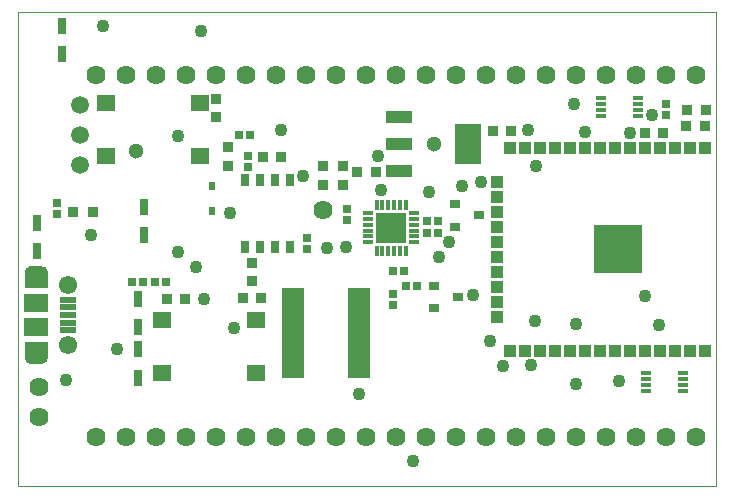
<source format=gts>
G04*
G04 #@! TF.GenerationSoftware,Altium Limited,Altium Designer,18.1.6 (161)*
G04*
G04 Layer_Color=8388736*
%FSAX44Y44*%
%MOMM*%
G71*
G01*
G75*
%ADD11C,0.1000*%
%ADD12C,0.6000*%
%ADD40R,1.4500X0.5000*%
%ADD41R,2.0000X1.6000*%
%ADD42R,1.6500X1.4000*%
%ADD43R,1.1000X1.0500*%
%ADD44R,1.0500X1.1000*%
%ADD45R,4.1000X4.1000*%
%ADD46R,0.9000X0.4000*%
%ADD47R,2.6500X2.6500*%
%ADD48O,0.9500X0.4000*%
%ADD49O,0.4000X0.9500*%
%ADD50R,0.7500X1.4500*%
%ADD51R,0.6500X1.1000*%
%ADD52R,2.2500X3.3500*%
%ADD53R,2.2500X1.1000*%
%ADD54R,0.6500X0.6500*%
%ADD55R,0.6500X0.6500*%
%ADD56R,0.9000X0.7000*%
%ADD57R,1.9000X7.6000*%
%ADD58R,0.5500X0.6900*%
%ADD59R,0.9000X0.9000*%
%ADD60R,0.9500X0.9500*%
%ADD61R,0.9500X0.9500*%
%ADD62C,1.5500*%
%ADD63C,1.6240*%
%ADD64C,1.5000*%
%ADD65C,1.1000*%
%ADD66C,1.3000*%
%ADD67C,0.6000*%
G36*
X00025098Y00121878D02*
X00025192Y00121849D01*
X00025279Y00121803D01*
X00025355Y00121740D01*
X00025418Y00121664D01*
X00025464Y00121577D01*
X00025493Y00121483D01*
X00025503Y00121385D01*
Y00108385D01*
X00025493Y00108287D01*
X00025464Y00108193D01*
X00025418Y00108106D01*
X00025355Y00108030D01*
X00025279Y00107967D01*
X00025192Y00107921D01*
X00025098Y00107892D01*
X00025000Y00107882D01*
X00020503D01*
Y00103385D01*
X00020493Y00103287D01*
X00020465Y00103193D01*
X00020418Y00103106D01*
X00020356Y00103030D01*
X00020280Y00102967D01*
X00020193Y00102921D01*
X00020098Y00102892D01*
X00020000Y00102883D01*
X00011000Y00102882D01*
X00011000D01*
D01*
X00010902Y00102892D01*
X00010808Y00102921D01*
X00010721Y00102967D01*
X00010645Y00103030D01*
X00010582Y00103106D01*
X00010536Y00103193D01*
X00010507Y00103287D01*
X00010498Y00103385D01*
Y00103385D01*
D01*
Y00107882D01*
X00006000D01*
X00005902Y00107892D01*
X00005808Y00107921D01*
X00005721Y00107967D01*
X00005645Y00108030D01*
X00005582Y00108106D01*
X00005536Y00108193D01*
X00005507Y00108287D01*
X00005498Y00108385D01*
Y00121385D01*
X00005507Y00121483D01*
X00005536Y00121577D01*
X00005582Y00121664D01*
X00005645Y00121740D01*
X00005721Y00121803D01*
X00005808Y00121849D01*
X00005902Y00121878D01*
X00006000Y00121887D01*
X00025000D01*
X00025098Y00121878D01*
D02*
G37*
G36*
X00020098Y00185878D02*
X00020192Y00185849D01*
X00020279Y00185803D01*
X00020355Y00185740D01*
X00020418Y00185664D01*
X00020464Y00185577D01*
X00020493Y00185483D01*
X00020503Y00185385D01*
Y00185385D01*
D01*
Y00180887D01*
X00025000D01*
X00025098Y00180878D01*
X00025192Y00180849D01*
X00025279Y00180803D01*
X00025355Y00180740D01*
X00025418Y00180664D01*
X00025464Y00180577D01*
X00025493Y00180483D01*
X00025503Y00180385D01*
Y00167385D01*
X00025493Y00167287D01*
X00025464Y00167193D01*
X00025418Y00167106D01*
X00025355Y00167030D01*
X00025279Y00166967D01*
X00025192Y00166921D01*
X00025098Y00166892D01*
X00025000Y00166882D01*
X00006000D01*
X00005902Y00166892D01*
X00005808Y00166921D01*
X00005721Y00166967D01*
X00005645Y00167030D01*
X00005582Y00167106D01*
X00005536Y00167193D01*
X00005507Y00167287D01*
X00005498Y00167385D01*
Y00180385D01*
X00005507Y00180483D01*
X00005536Y00180577D01*
X00005582Y00180664D01*
X00005645Y00180740D01*
X00005721Y00180803D01*
X00005808Y00180849D01*
X00005902Y00180878D01*
X00006000Y00180887D01*
X00010497D01*
Y00185385D01*
X00010507Y00185483D01*
X00010536Y00185577D01*
X00010582Y00185664D01*
X00010645Y00185740D01*
X00010721Y00185802D01*
X00010808Y00185849D01*
X00010902Y00185877D01*
X00011000Y00185887D01*
X00020000Y00185887D01*
X00020000D01*
D01*
X00020098Y00185878D01*
D02*
G37*
D11*
X00000000Y00000000D02*
Y00400800D01*
X00590568D01*
X00590568Y00400800D01*
Y00000000D02*
Y00400800D01*
X00000000Y00000000D02*
X00590568D01*
D12*
X00013500Y00180385D02*
G03*
X00013500Y00180385I-00002500J00000000D01*
G01*
X00022500D02*
G03*
X00022500Y00180385I-00002500J00000000D01*
G01*
X00022500Y00108385D02*
G03*
X00022500Y00108385I-00002500J00000000D01*
G01*
X00013500D02*
G03*
X00013500Y00108385I-00002500J00000000D01*
G01*
D40*
X00042500Y00157385D02*
D03*
Y00150885D02*
D03*
Y00144385D02*
D03*
Y00137885D02*
D03*
Y00131385D02*
D03*
D41*
X00015500Y00154385D02*
D03*
Y00134385D02*
D03*
D42*
X00153742Y00278887D02*
D03*
Y00323887D02*
D03*
X00074242Y00278887D02*
D03*
Y00323887D02*
D03*
X00122242Y00140565D02*
D03*
Y00095565D02*
D03*
X00201742Y00140565D02*
D03*
Y00095565D02*
D03*
D43*
X00581418Y00285750D02*
D03*
X00568718D02*
D03*
X00556018D02*
D03*
X00543318D02*
D03*
X00530618D02*
D03*
X00517918D02*
D03*
X00505218D02*
D03*
X00492518D02*
D03*
X00479818D02*
D03*
X00467118D02*
D03*
X00454418D02*
D03*
X00441718D02*
D03*
X00429018D02*
D03*
X00416318D02*
D03*
Y00114250D02*
D03*
X00429018D02*
D03*
X00441718D02*
D03*
X00454418D02*
D03*
X00467118D02*
D03*
X00479818D02*
D03*
X00492518D02*
D03*
X00505218D02*
D03*
X00517918D02*
D03*
X00530618D02*
D03*
X00543318D02*
D03*
X00556018D02*
D03*
X00568718D02*
D03*
X00581418D02*
D03*
D44*
X00405818Y00257150D02*
D03*
Y00244450D02*
D03*
Y00231750D02*
D03*
Y00219050D02*
D03*
Y00206350D02*
D03*
Y00193650D02*
D03*
Y00180950D02*
D03*
Y00168250D02*
D03*
Y00155550D02*
D03*
Y00142850D02*
D03*
D45*
X00507568Y00200000D02*
D03*
D46*
X00562568Y00080000D02*
D03*
Y00085000D02*
D03*
Y00090000D02*
D03*
Y00095000D02*
D03*
X00531568Y00080000D02*
D03*
Y00085000D02*
D03*
Y00090000D02*
D03*
Y00095000D02*
D03*
X00524500Y00313040D02*
D03*
Y00318040D02*
D03*
Y00323040D02*
D03*
Y00328040D02*
D03*
X00493500Y00313040D02*
D03*
Y00318040D02*
D03*
Y00323040D02*
D03*
Y00328040D02*
D03*
D47*
X00316000Y00218417D02*
D03*
D48*
X00335500Y00230917D02*
D03*
Y00225917D02*
D03*
Y00220917D02*
D03*
Y00215917D02*
D03*
Y00210917D02*
D03*
Y00205917D02*
D03*
X00296500D02*
D03*
Y00210917D02*
D03*
Y00215917D02*
D03*
Y00220917D02*
D03*
Y00225917D02*
D03*
Y00230917D02*
D03*
D49*
X00328500Y00198917D02*
D03*
X00323500D02*
D03*
X00318500D02*
D03*
X00313500D02*
D03*
X00308500D02*
D03*
X00303500D02*
D03*
Y00237917D02*
D03*
X00308500D02*
D03*
X00313500D02*
D03*
X00318500D02*
D03*
X00323500D02*
D03*
X00328500D02*
D03*
D50*
X00037310Y00389000D02*
D03*
Y00365000D02*
D03*
X00106568Y00211715D02*
D03*
Y00235714D02*
D03*
X00101260Y00091470D02*
D03*
Y00115470D02*
D03*
Y00133999D02*
D03*
Y00157999D02*
D03*
X00016300Y00198424D02*
D03*
Y00222425D02*
D03*
D51*
X00192518Y00201914D02*
D03*
X00205218D02*
D03*
X00217918D02*
D03*
X00230618D02*
D03*
X00192518Y00258414D02*
D03*
X00205218D02*
D03*
X00217918D02*
D03*
X00230618D02*
D03*
D52*
X00380818Y00289040D02*
D03*
D53*
X00322318Y00266040D02*
D03*
Y00289040D02*
D03*
Y00312040D02*
D03*
D54*
X00125060Y00172620D02*
D03*
X00115560D02*
D03*
X00096510D02*
D03*
X00106010D02*
D03*
X00327068Y00182000D02*
D03*
X00317568D02*
D03*
X00328362Y00169065D02*
D03*
X00337862D02*
D03*
X00355772Y00223715D02*
D03*
X00346272D02*
D03*
X00355772Y00213555D02*
D03*
X00346272D02*
D03*
X00196548Y00296565D02*
D03*
X00187048D02*
D03*
D55*
X00278568Y00234055D02*
D03*
Y00224555D02*
D03*
X00317543Y00162435D02*
D03*
Y00152935D02*
D03*
X00548348Y00313660D02*
D03*
Y00323160D02*
D03*
X00244568Y00200413D02*
D03*
Y00209914D02*
D03*
X00194798Y00269633D02*
D03*
Y00279133D02*
D03*
X00032810Y00229805D02*
D03*
Y00239305D02*
D03*
D56*
X00390478Y00228700D02*
D03*
X00370278Y00219200D02*
D03*
Y00238200D02*
D03*
X00351893Y00169065D02*
D03*
Y00150065D02*
D03*
X00372092Y00159565D02*
D03*
D57*
X00233000Y00129000D02*
D03*
X00289000D02*
D03*
D58*
X00163992Y00232797D02*
D03*
Y00253897D02*
D03*
D59*
X00063250Y00231805D02*
D03*
X00046750D02*
D03*
D60*
X00566543Y00317580D02*
D03*
X00582043D02*
D03*
X00565818Y00304088D02*
D03*
X00581318D02*
D03*
X00141318Y00158000D02*
D03*
X00125818D02*
D03*
X00546208Y00298630D02*
D03*
X00530708D02*
D03*
X00205798Y00158565D02*
D03*
X00190298D02*
D03*
X00207048Y00278565D02*
D03*
X00222548D02*
D03*
X00402238Y00300470D02*
D03*
X00417738D02*
D03*
X00302668Y00265330D02*
D03*
X00287168D02*
D03*
D61*
X00258268Y00254727D02*
D03*
Y00270226D02*
D03*
X00274778Y00254727D02*
D03*
Y00270226D02*
D03*
X00167992Y00327136D02*
D03*
Y00311637D02*
D03*
X00177798Y00270815D02*
D03*
Y00286315D02*
D03*
X00197798Y00188315D02*
D03*
Y00172815D02*
D03*
D62*
X00042500Y00119385D02*
D03*
Y00169385D02*
D03*
D63*
X00167168Y00040800D02*
D03*
X00141768D02*
D03*
X00065568D02*
D03*
X00116368D02*
D03*
X00090968D02*
D03*
X00243368D02*
D03*
X00268768D02*
D03*
X00217968D02*
D03*
X00192568D02*
D03*
X00294168D02*
D03*
X00319568D02*
D03*
X00370368D02*
D03*
X00344968D02*
D03*
X00548168D02*
D03*
X00573568D02*
D03*
X00522768D02*
D03*
X00497368D02*
D03*
X00395768D02*
D03*
X00421168D02*
D03*
X00471968D02*
D03*
X00446568D02*
D03*
X00167768Y00348000D02*
D03*
X00142368D02*
D03*
X00066168D02*
D03*
X00116968D02*
D03*
X00091568D02*
D03*
X00243968D02*
D03*
X00269368D02*
D03*
X00218568D02*
D03*
X00193168D02*
D03*
X00294768D02*
D03*
X00320168D02*
D03*
X00370968D02*
D03*
X00345568D02*
D03*
X00548768D02*
D03*
X00574168D02*
D03*
X00523368D02*
D03*
X00497968D02*
D03*
X00396368D02*
D03*
X00421768D02*
D03*
X00472568D02*
D03*
X00447168D02*
D03*
X00258568Y00233000D02*
D03*
X00017502Y00083549D02*
D03*
Y00058149D02*
D03*
D64*
X00052550Y00322187D02*
D03*
Y00271387D02*
D03*
Y00296786D02*
D03*
D65*
X00179769Y00230800D02*
D03*
X00304999Y00278999D02*
D03*
X00306999Y00249999D02*
D03*
X00410583Y00100800D02*
D03*
X00385000Y00161000D02*
D03*
X00375999Y00254000D02*
D03*
X00391594Y00257150D02*
D03*
X00183000Y00133056D02*
D03*
X00157256Y00158000D02*
D03*
X00437369Y00139000D02*
D03*
X00277404Y00202000D02*
D03*
X00135000Y00295565D02*
D03*
X00222753Y00301065D02*
D03*
X00432000D02*
D03*
X00261802Y00201000D02*
D03*
X00434000Y00101674D02*
D03*
X00471968Y00086000D02*
D03*
X00472232Y00136350D02*
D03*
X00518000Y00298640D02*
D03*
X00071914Y00389000D02*
D03*
X00155000Y00385000D02*
D03*
X00509000Y00088439D02*
D03*
X00334654Y00021000D02*
D03*
X00241587Y00262477D02*
D03*
X00061840Y00211715D02*
D03*
X00041005Y00089000D02*
D03*
X00471000Y00323390D02*
D03*
X00438286Y00270286D02*
D03*
X00542980Y00136000D02*
D03*
X00537000Y00313640D02*
D03*
X00083568Y00116000D02*
D03*
X00347608Y00248846D02*
D03*
X00356498Y00193093D02*
D03*
X00530618Y00160454D02*
D03*
X00365134Y00206555D02*
D03*
X00479818Y00299008D02*
D03*
X00399932Y00122100D02*
D03*
X00135712Y00197652D02*
D03*
X00288680Y00077650D02*
D03*
X00150283Y00185324D02*
D03*
D66*
X00099600Y00283200D02*
D03*
X00352000Y00289040D02*
D03*
D67*
X00310500Y00212917D02*
D03*
Y00223917D02*
D03*
X00321500Y00212917D02*
D03*
Y00223917D02*
D03*
M02*

</source>
